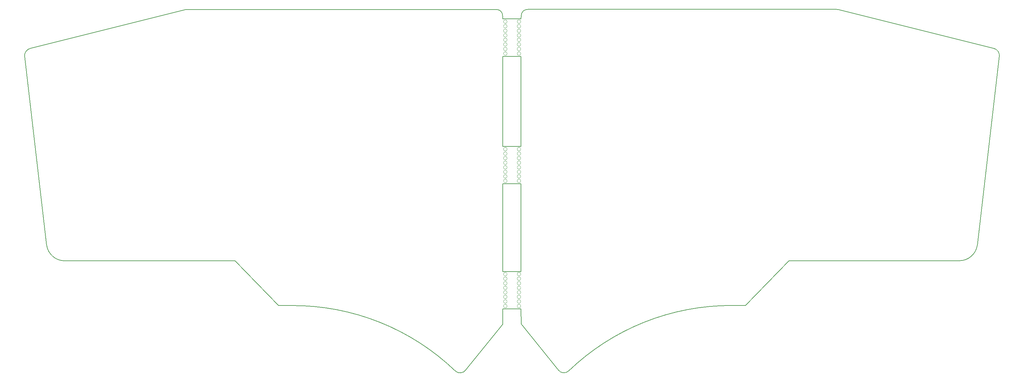
<source format=gm1>
G04 #@! TF.GenerationSoftware,KiCad,Pcbnew,8.0.8*
G04 #@! TF.CreationDate,2025-05-06T09:20:43+01:00*
G04 #@! TF.ProjectId,main_wired,6d61696e-5f77-4697-9265-642e6b696361,0.1*
G04 #@! TF.SameCoordinates,Original*
G04 #@! TF.FileFunction,Profile,NP*
%FSLAX46Y46*%
G04 Gerber Fmt 4.6, Leading zero omitted, Abs format (unit mm)*
G04 Created by KiCad (PCBNEW 8.0.8) date 2025-05-06 09:20:43*
%MOMM*%
%LPD*%
G01*
G04 APERTURE LIST*
G04 #@! TA.AperFunction,Profile*
%ADD10C,0.050000*%
G04 #@! TD*
G04 #@! TA.AperFunction,Profile*
%ADD11C,0.150000*%
G04 #@! TD*
G04 APERTURE END LIST*
D10*
X172000000Y-124250000D02*
G75*
G02*
X171000000Y-124250000I-500000J0D01*
G01*
X171000000Y-124250000D02*
G75*
G02*
X172000000Y-124250000I500000J0D01*
G01*
X175750000Y-154850000D02*
G75*
G02*
X174750000Y-154850000I-500000J0D01*
G01*
X174750000Y-154850000D02*
G75*
G02*
X175750000Y-154850000I500000J0D01*
G01*
D11*
X170800000Y-114750000D02*
X175800000Y-114750000D01*
X175859549Y-163556753D02*
X175800000Y-159400000D01*
D10*
X175750000Y-121750000D02*
G75*
G02*
X174750000Y-121750000I-500000J0D01*
G01*
X174750000Y-121750000D02*
G75*
G02*
X175750000Y-121750000I500000J0D01*
G01*
D11*
X170800000Y-149100000D02*
X170800000Y-125000000D01*
D10*
X172000000Y-80500000D02*
G75*
G02*
X171000000Y-80500000I-500000J0D01*
G01*
X171000000Y-80500000D02*
G75*
G02*
X172000000Y-80500000I500000J0D01*
G01*
D11*
X84252917Y-77143896D02*
X168994803Y-77143897D01*
D10*
X175750000Y-86750000D02*
G75*
G02*
X174750000Y-86750000I-500000J0D01*
G01*
X174750000Y-86750000D02*
G75*
G02*
X175750000Y-86750000I500000J0D01*
G01*
D11*
X175859551Y-78854723D02*
G75*
G02*
X177677374Y-77124881I1731949J23D01*
G01*
D10*
X172000000Y-157350000D02*
G75*
G02*
X171000000Y-157350000I-500000J0D01*
G01*
X171000000Y-157350000D02*
G75*
G02*
X172000000Y-157350000I500000J0D01*
G01*
X175750000Y-116750000D02*
G75*
G02*
X174750000Y-116750000I-500000J0D01*
G01*
X174750000Y-116750000D02*
G75*
G02*
X175750000Y-116750000I500000J0D01*
G01*
X172000000Y-118000000D02*
G75*
G02*
X171000000Y-118000000I-500000J0D01*
G01*
X171000000Y-118000000D02*
G75*
G02*
X172000000Y-118000000I500000J0D01*
G01*
X172000000Y-158600000D02*
G75*
G02*
X171000000Y-158600000I-500000J0D01*
G01*
X171000000Y-158600000D02*
G75*
G02*
X172000000Y-158600000I500000J0D01*
G01*
D11*
X97272181Y-146182286D02*
X50550622Y-146182327D01*
X97272181Y-146182286D02*
X109274611Y-158459596D01*
D10*
X175750000Y-83000000D02*
G75*
G02*
X174750000Y-83000000I-500000J0D01*
G01*
X174750000Y-83000000D02*
G75*
G02*
X175750000Y-83000000I500000J0D01*
G01*
X175750000Y-149850000D02*
G75*
G02*
X174750000Y-149850000I-500000J0D01*
G01*
X174750000Y-149850000D02*
G75*
G02*
X175750000Y-149850000I500000J0D01*
G01*
D11*
X305609260Y-87837144D02*
X262916596Y-77184268D01*
D10*
X172000000Y-156100000D02*
G75*
G02*
X171000000Y-156100000I-500000J0D01*
G01*
X171000000Y-156100000D02*
G75*
G02*
X172000000Y-156100000I500000J0D01*
G01*
D11*
X262419395Y-77124809D02*
G75*
G02*
X262916596Y-77184267I13105J-1998991D01*
G01*
D10*
X172000000Y-81750000D02*
G75*
G02*
X171000000Y-81750000I-500000J0D01*
G01*
X171000000Y-81750000D02*
G75*
G02*
X172000000Y-81750000I500000J0D01*
G01*
X175750000Y-124250000D02*
G75*
G02*
X174750000Y-124250000I-500000J0D01*
G01*
X174750000Y-124250000D02*
G75*
G02*
X175750000Y-124250000I500000J0D01*
G01*
X175750000Y-81750000D02*
G75*
G02*
X174750000Y-81750000I-500000J0D01*
G01*
X174750000Y-81750000D02*
G75*
G02*
X175750000Y-81750000I500000J0D01*
G01*
X172000000Y-152350000D02*
G75*
G02*
X171000000Y-152350000I-500000J0D01*
G01*
X171000000Y-152350000D02*
G75*
G02*
X172000000Y-152350000I500000J0D01*
G01*
X175750000Y-89250000D02*
G75*
G02*
X174750000Y-89250000I-500000J0D01*
G01*
X174750000Y-89250000D02*
G75*
G02*
X175750000Y-89250000I500000J0D01*
G01*
X172000000Y-119250000D02*
G75*
G02*
X171000000Y-119250000I-500000J0D01*
G01*
X171000000Y-119250000D02*
G75*
G02*
X172000000Y-119250000I500000J0D01*
G01*
D11*
X170800000Y-90000000D02*
X175800000Y-90000000D01*
X175859551Y-78854723D02*
X175800000Y-79750000D01*
D10*
X172000000Y-154850000D02*
G75*
G02*
X171000000Y-154850000I-500000J0D01*
G01*
X171000000Y-154850000D02*
G75*
G02*
X172000000Y-154850000I500000J0D01*
G01*
X172000000Y-151100000D02*
G75*
G02*
X171000000Y-151100000I-500000J0D01*
G01*
X171000000Y-151100000D02*
G75*
G02*
X172000000Y-151100000I500000J0D01*
G01*
D11*
X186015085Y-176113013D02*
X175859549Y-163556753D01*
D10*
X172000000Y-83000000D02*
G75*
G02*
X171000000Y-83000000I-500000J0D01*
G01*
X171000000Y-83000000D02*
G75*
G02*
X172000000Y-83000000I500000J0D01*
G01*
D11*
X50550622Y-146182327D02*
G75*
G02*
X45600915Y-141889426I-22J4999927D01*
G01*
D10*
X175750000Y-157350000D02*
G75*
G02*
X174750000Y-157350000I-500000J0D01*
G01*
X174750000Y-157350000D02*
G75*
G02*
X175750000Y-157350000I500000J0D01*
G01*
X175750000Y-158600000D02*
G75*
G02*
X174750000Y-158600000I-500000J0D01*
G01*
X174750000Y-158600000D02*
G75*
G02*
X175750000Y-158600000I500000J0D01*
G01*
X175750000Y-84250000D02*
G75*
G02*
X174750000Y-84250000I-500000J0D01*
G01*
X174750000Y-84250000D02*
G75*
G02*
X175750000Y-84250000I500000J0D01*
G01*
D11*
X41062920Y-87856229D02*
X83755586Y-77203353D01*
X45600873Y-141889432D02*
X39558091Y-90005799D01*
D10*
X172000000Y-115500000D02*
G75*
G02*
X171000000Y-115500000I-500000J0D01*
G01*
X171000000Y-115500000D02*
G75*
G02*
X172000000Y-115500000I500000J0D01*
G01*
X175750000Y-119250000D02*
G75*
G02*
X174750000Y-119250000I-500000J0D01*
G01*
X174750000Y-119250000D02*
G75*
G02*
X175750000Y-119250000I500000J0D01*
G01*
D11*
X237397569Y-158440510D02*
X233897511Y-158450589D01*
X188916539Y-176403154D02*
G75*
G02*
X233897511Y-158450565I44606021J-46435116D01*
G01*
D10*
X172000000Y-116750000D02*
G75*
G02*
X171000000Y-116750000I-500000J0D01*
G01*
X171000000Y-116750000D02*
G75*
G02*
X172000000Y-116750000I500000J0D01*
G01*
D11*
X249400000Y-146163199D02*
X296121560Y-146163242D01*
X170800000Y-79750000D02*
X175800000Y-79750000D01*
X249400000Y-146163199D02*
X237397569Y-158440510D01*
X160657099Y-176132097D02*
G75*
G02*
X157755648Y-176422234I-1570799J1055697D01*
G01*
D10*
X175750000Y-85500000D02*
G75*
G02*
X174750000Y-85500000I-500000J0D01*
G01*
X174750000Y-85500000D02*
G75*
G02*
X175750000Y-85500000I500000J0D01*
G01*
D11*
X170800000Y-159400000D02*
X175800000Y-159400000D01*
D10*
X172000000Y-120500000D02*
G75*
G02*
X171000000Y-120500000I-500000J0D01*
G01*
X171000000Y-120500000D02*
G75*
G02*
X172000000Y-120500000I500000J0D01*
G01*
D11*
X109274611Y-158459596D02*
X112774672Y-158469675D01*
D10*
X172000000Y-86750000D02*
G75*
G02*
X171000000Y-86750000I-500000J0D01*
G01*
X171000000Y-86750000D02*
G75*
G02*
X172000000Y-86750000I500000J0D01*
G01*
X175750000Y-123000000D02*
G75*
G02*
X174750000Y-123000000I-500000J0D01*
G01*
X174750000Y-123000000D02*
G75*
G02*
X175750000Y-123000000I500000J0D01*
G01*
X175750000Y-152350000D02*
G75*
G02*
X174750000Y-152350000I-500000J0D01*
G01*
X174750000Y-152350000D02*
G75*
G02*
X175750000Y-152350000I500000J0D01*
G01*
X175750000Y-115500000D02*
G75*
G02*
X174750000Y-115500000I-500000J0D01*
G01*
X174750000Y-115500000D02*
G75*
G02*
X175750000Y-115500000I500000J0D01*
G01*
D11*
X112774672Y-158469646D02*
G75*
G02*
X157755641Y-176422241I374898J-64387814D01*
G01*
D10*
X172000000Y-121750000D02*
G75*
G02*
X171000000Y-121750000I-500000J0D01*
G01*
X171000000Y-121750000D02*
G75*
G02*
X172000000Y-121750000I500000J0D01*
G01*
D11*
X170800000Y-149100000D02*
X175800000Y-149100000D01*
D10*
X175750000Y-120500000D02*
G75*
G02*
X174750000Y-120500000I-500000J0D01*
G01*
X174750000Y-120500000D02*
G75*
G02*
X175750000Y-120500000I500000J0D01*
G01*
D11*
X170766582Y-78914974D02*
X170800000Y-79750000D01*
X305609260Y-87837144D02*
G75*
G02*
X307114008Y-89986701I-484260J-1940456D01*
G01*
X160657099Y-176132097D02*
X170812630Y-163575838D01*
X175800000Y-114750000D02*
X175800000Y-90000000D01*
X170800000Y-125000000D02*
X175800000Y-125000000D01*
X170800000Y-114750000D02*
X170800000Y-90000000D01*
X262419395Y-77124809D02*
X177677378Y-77124809D01*
D10*
X172000000Y-123000000D02*
G75*
G02*
X171000000Y-123000000I-500000J0D01*
G01*
X171000000Y-123000000D02*
G75*
G02*
X172000000Y-123000000I500000J0D01*
G01*
X172000000Y-84250000D02*
G75*
G02*
X171000000Y-84250000I-500000J0D01*
G01*
X171000000Y-84250000D02*
G75*
G02*
X172000000Y-84250000I500000J0D01*
G01*
D11*
X188916539Y-176403154D02*
G75*
G02*
X186015087Y-176113012I-1330639J1345954D01*
G01*
D10*
X172000000Y-153600000D02*
G75*
G02*
X171000000Y-153600000I-500000J0D01*
G01*
X171000000Y-153600000D02*
G75*
G02*
X172000000Y-153600000I500000J0D01*
G01*
D11*
X301071306Y-141870349D02*
G75*
G02*
X296121560Y-146163264I-4949806J707149D01*
G01*
D10*
X172000000Y-88000000D02*
G75*
G02*
X171000000Y-88000000I-500000J0D01*
G01*
X171000000Y-88000000D02*
G75*
G02*
X172000000Y-88000000I500000J0D01*
G01*
X175750000Y-88000000D02*
G75*
G02*
X174750000Y-88000000I-500000J0D01*
G01*
X174750000Y-88000000D02*
G75*
G02*
X175750000Y-88000000I500000J0D01*
G01*
X175750000Y-80500000D02*
G75*
G02*
X174750000Y-80500000I-500000J0D01*
G01*
X174750000Y-80500000D02*
G75*
G02*
X175750000Y-80500000I500000J0D01*
G01*
X175750000Y-156100000D02*
G75*
G02*
X174750000Y-156100000I-500000J0D01*
G01*
X174750000Y-156100000D02*
G75*
G02*
X175750000Y-156100000I500000J0D01*
G01*
X172000000Y-89250000D02*
G75*
G02*
X171000000Y-89250000I-500000J0D01*
G01*
X171000000Y-89250000D02*
G75*
G02*
X172000000Y-89250000I500000J0D01*
G01*
D11*
X175800000Y-149100000D02*
X175800000Y-125000000D01*
X83755586Y-77203353D02*
G75*
G02*
X84252917Y-77143897I484214J-1940547D01*
G01*
D10*
X175750000Y-151100000D02*
G75*
G02*
X174750000Y-151100000I-500000J0D01*
G01*
X174750000Y-151100000D02*
G75*
G02*
X175750000Y-151100000I500000J0D01*
G01*
X175750000Y-153600000D02*
G75*
G02*
X174750000Y-153600000I-500000J0D01*
G01*
X174750000Y-153600000D02*
G75*
G02*
X175750000Y-153600000I500000J0D01*
G01*
D11*
X39558091Y-90005799D02*
G75*
G02*
X41062927Y-87856255I1989109J208999D01*
G01*
X170812630Y-163575838D02*
X170800000Y-159400000D01*
D10*
X172000000Y-149850000D02*
G75*
G02*
X171000000Y-149850000I-500000J0D01*
G01*
X171000000Y-149850000D02*
G75*
G02*
X172000000Y-149850000I500000J0D01*
G01*
D11*
X301071306Y-141870349D02*
X307114092Y-89986710D01*
X168994803Y-77143898D02*
G75*
G02*
X170766534Y-78914972I85897J-1685802D01*
G01*
D10*
X172000000Y-85500000D02*
G75*
G02*
X171000000Y-85500000I-500000J0D01*
G01*
X171000000Y-85500000D02*
G75*
G02*
X172000000Y-85500000I500000J0D01*
G01*
X175750000Y-118000000D02*
G75*
G02*
X174750000Y-118000000I-500000J0D01*
G01*
X174750000Y-118000000D02*
G75*
G02*
X175750000Y-118000000I500000J0D01*
G01*
M02*

</source>
